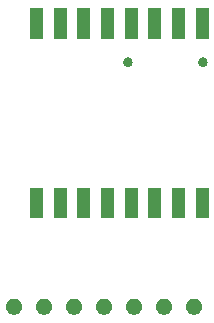
<source format=gbr>
G04 #@! TF.GenerationSoftware,KiCad,Pcbnew,(5.1.5)-3*
G04 #@! TF.CreationDate,2020-03-19T01:35:53+01:00*
G04 #@! TF.ProjectId,ESP8266_RGBA_Receiver,45535038-3236-4365-9f52-4742415f5265,rev?*
G04 #@! TF.SameCoordinates,Original*
G04 #@! TF.FileFunction,Soldermask,Bot*
G04 #@! TF.FilePolarity,Negative*
%FSLAX46Y46*%
G04 Gerber Fmt 4.6, Leading zero omitted, Abs format (unit mm)*
G04 Created by KiCad (PCBNEW (5.1.5)-3) date 2020-03-19 01:35:53*
%MOMM*%
%LPD*%
G04 APERTURE LIST*
%ADD10C,0.100000*%
G04 APERTURE END LIST*
D10*
G36*
X95831098Y-75540362D02*
G01*
X95955941Y-75592074D01*
X95955943Y-75592075D01*
X96068299Y-75667149D01*
X96163851Y-75762701D01*
X96238926Y-75875059D01*
X96290638Y-75999902D01*
X96317000Y-76132434D01*
X96317000Y-76267566D01*
X96290638Y-76400098D01*
X96238926Y-76524941D01*
X96238925Y-76524943D01*
X96163851Y-76637299D01*
X96068299Y-76732851D01*
X95955943Y-76807925D01*
X95955942Y-76807926D01*
X95955941Y-76807926D01*
X95831098Y-76859638D01*
X95698566Y-76886000D01*
X95563434Y-76886000D01*
X95430902Y-76859638D01*
X95306059Y-76807926D01*
X95306058Y-76807926D01*
X95306057Y-76807925D01*
X95193701Y-76732851D01*
X95098149Y-76637299D01*
X95023075Y-76524943D01*
X95023074Y-76524941D01*
X94971362Y-76400098D01*
X94945000Y-76267566D01*
X94945000Y-76132434D01*
X94971362Y-75999902D01*
X95023074Y-75875059D01*
X95098149Y-75762701D01*
X95193701Y-75667149D01*
X95306057Y-75592075D01*
X95306059Y-75592074D01*
X95430902Y-75540362D01*
X95563434Y-75514000D01*
X95698566Y-75514000D01*
X95831098Y-75540362D01*
G37*
G36*
X90751098Y-75540362D02*
G01*
X90875941Y-75592074D01*
X90875943Y-75592075D01*
X90988299Y-75667149D01*
X91083851Y-75762701D01*
X91158926Y-75875059D01*
X91210638Y-75999902D01*
X91237000Y-76132434D01*
X91237000Y-76267566D01*
X91210638Y-76400098D01*
X91158926Y-76524941D01*
X91158925Y-76524943D01*
X91083851Y-76637299D01*
X90988299Y-76732851D01*
X90875943Y-76807925D01*
X90875942Y-76807926D01*
X90875941Y-76807926D01*
X90751098Y-76859638D01*
X90618566Y-76886000D01*
X90483434Y-76886000D01*
X90350902Y-76859638D01*
X90226059Y-76807926D01*
X90226058Y-76807926D01*
X90226057Y-76807925D01*
X90113701Y-76732851D01*
X90018149Y-76637299D01*
X89943075Y-76524943D01*
X89943074Y-76524941D01*
X89891362Y-76400098D01*
X89865000Y-76267566D01*
X89865000Y-76132434D01*
X89891362Y-75999902D01*
X89943074Y-75875059D01*
X90018149Y-75762701D01*
X90113701Y-75667149D01*
X90226057Y-75592075D01*
X90226059Y-75592074D01*
X90350902Y-75540362D01*
X90483434Y-75514000D01*
X90618566Y-75514000D01*
X90751098Y-75540362D01*
G37*
G36*
X88211098Y-75540362D02*
G01*
X88335941Y-75592074D01*
X88335943Y-75592075D01*
X88448299Y-75667149D01*
X88543851Y-75762701D01*
X88618926Y-75875059D01*
X88670638Y-75999902D01*
X88697000Y-76132434D01*
X88697000Y-76267566D01*
X88670638Y-76400098D01*
X88618926Y-76524941D01*
X88618925Y-76524943D01*
X88543851Y-76637299D01*
X88448299Y-76732851D01*
X88335943Y-76807925D01*
X88335942Y-76807926D01*
X88335941Y-76807926D01*
X88211098Y-76859638D01*
X88078566Y-76886000D01*
X87943434Y-76886000D01*
X87810902Y-76859638D01*
X87686059Y-76807926D01*
X87686058Y-76807926D01*
X87686057Y-76807925D01*
X87573701Y-76732851D01*
X87478149Y-76637299D01*
X87403075Y-76524943D01*
X87403074Y-76524941D01*
X87351362Y-76400098D01*
X87325000Y-76267566D01*
X87325000Y-76132434D01*
X87351362Y-75999902D01*
X87403074Y-75875059D01*
X87478149Y-75762701D01*
X87573701Y-75667149D01*
X87686057Y-75592075D01*
X87686059Y-75592074D01*
X87810902Y-75540362D01*
X87943434Y-75514000D01*
X88078566Y-75514000D01*
X88211098Y-75540362D01*
G37*
G36*
X85671098Y-75540362D02*
G01*
X85795941Y-75592074D01*
X85795943Y-75592075D01*
X85908299Y-75667149D01*
X86003851Y-75762701D01*
X86078926Y-75875059D01*
X86130638Y-75999902D01*
X86157000Y-76132434D01*
X86157000Y-76267566D01*
X86130638Y-76400098D01*
X86078926Y-76524941D01*
X86078925Y-76524943D01*
X86003851Y-76637299D01*
X85908299Y-76732851D01*
X85795943Y-76807925D01*
X85795942Y-76807926D01*
X85795941Y-76807926D01*
X85671098Y-76859638D01*
X85538566Y-76886000D01*
X85403434Y-76886000D01*
X85270902Y-76859638D01*
X85146059Y-76807926D01*
X85146058Y-76807926D01*
X85146057Y-76807925D01*
X85033701Y-76732851D01*
X84938149Y-76637299D01*
X84863075Y-76524943D01*
X84863074Y-76524941D01*
X84811362Y-76400098D01*
X84785000Y-76267566D01*
X84785000Y-76132434D01*
X84811362Y-75999902D01*
X84863074Y-75875059D01*
X84938149Y-75762701D01*
X85033701Y-75667149D01*
X85146057Y-75592075D01*
X85146059Y-75592074D01*
X85270902Y-75540362D01*
X85403434Y-75514000D01*
X85538566Y-75514000D01*
X85671098Y-75540362D01*
G37*
G36*
X83131098Y-75540362D02*
G01*
X83255941Y-75592074D01*
X83255943Y-75592075D01*
X83368299Y-75667149D01*
X83463851Y-75762701D01*
X83538926Y-75875059D01*
X83590638Y-75999902D01*
X83617000Y-76132434D01*
X83617000Y-76267566D01*
X83590638Y-76400098D01*
X83538926Y-76524941D01*
X83538925Y-76524943D01*
X83463851Y-76637299D01*
X83368299Y-76732851D01*
X83255943Y-76807925D01*
X83255942Y-76807926D01*
X83255941Y-76807926D01*
X83131098Y-76859638D01*
X82998566Y-76886000D01*
X82863434Y-76886000D01*
X82730902Y-76859638D01*
X82606059Y-76807926D01*
X82606058Y-76807926D01*
X82606057Y-76807925D01*
X82493701Y-76732851D01*
X82398149Y-76637299D01*
X82323075Y-76524943D01*
X82323074Y-76524941D01*
X82271362Y-76400098D01*
X82245000Y-76267566D01*
X82245000Y-76132434D01*
X82271362Y-75999902D01*
X82323074Y-75875059D01*
X82398149Y-75762701D01*
X82493701Y-75667149D01*
X82606057Y-75592075D01*
X82606059Y-75592074D01*
X82730902Y-75540362D01*
X82863434Y-75514000D01*
X82998566Y-75514000D01*
X83131098Y-75540362D01*
G37*
G36*
X80591098Y-75540362D02*
G01*
X80715941Y-75592074D01*
X80715943Y-75592075D01*
X80828299Y-75667149D01*
X80923851Y-75762701D01*
X80998926Y-75875059D01*
X81050638Y-75999902D01*
X81077000Y-76132434D01*
X81077000Y-76267566D01*
X81050638Y-76400098D01*
X80998926Y-76524941D01*
X80998925Y-76524943D01*
X80923851Y-76637299D01*
X80828299Y-76732851D01*
X80715943Y-76807925D01*
X80715942Y-76807926D01*
X80715941Y-76807926D01*
X80591098Y-76859638D01*
X80458566Y-76886000D01*
X80323434Y-76886000D01*
X80190902Y-76859638D01*
X80066059Y-76807926D01*
X80066058Y-76807926D01*
X80066057Y-76807925D01*
X79953701Y-76732851D01*
X79858149Y-76637299D01*
X79783075Y-76524943D01*
X79783074Y-76524941D01*
X79731362Y-76400098D01*
X79705000Y-76267566D01*
X79705000Y-76132434D01*
X79731362Y-75999902D01*
X79783074Y-75875059D01*
X79858149Y-75762701D01*
X79953701Y-75667149D01*
X80066057Y-75592075D01*
X80066059Y-75592074D01*
X80190902Y-75540362D01*
X80323434Y-75514000D01*
X80458566Y-75514000D01*
X80591098Y-75540362D01*
G37*
G36*
X93291098Y-75540362D02*
G01*
X93415941Y-75592074D01*
X93415943Y-75592075D01*
X93528299Y-75667149D01*
X93623851Y-75762701D01*
X93698926Y-75875059D01*
X93750638Y-75999902D01*
X93777000Y-76132434D01*
X93777000Y-76267566D01*
X93750638Y-76400098D01*
X93698926Y-76524941D01*
X93698925Y-76524943D01*
X93623851Y-76637299D01*
X93528299Y-76732851D01*
X93415943Y-76807925D01*
X93415942Y-76807926D01*
X93415941Y-76807926D01*
X93291098Y-76859638D01*
X93158566Y-76886000D01*
X93023434Y-76886000D01*
X92890902Y-76859638D01*
X92766059Y-76807926D01*
X92766058Y-76807926D01*
X92766057Y-76807925D01*
X92653701Y-76732851D01*
X92558149Y-76637299D01*
X92483075Y-76524943D01*
X92483074Y-76524941D01*
X92431362Y-76400098D01*
X92405000Y-76267566D01*
X92405000Y-76132434D01*
X92431362Y-75999902D01*
X92483074Y-75875059D01*
X92558149Y-75762701D01*
X92653701Y-75667149D01*
X92766057Y-75592075D01*
X92766059Y-75592074D01*
X92890902Y-75540362D01*
X93023434Y-75514000D01*
X93158566Y-75514000D01*
X93291098Y-75540362D01*
G37*
G36*
X90880000Y-68738000D02*
G01*
X89778000Y-68738000D01*
X89778000Y-66136000D01*
X90880000Y-66136000D01*
X90880000Y-68738000D01*
G37*
G36*
X96880000Y-68738000D02*
G01*
X95778000Y-68738000D01*
X95778000Y-66136000D01*
X96880000Y-66136000D01*
X96880000Y-68738000D01*
G37*
G36*
X94880000Y-68738000D02*
G01*
X93778000Y-68738000D01*
X93778000Y-66136000D01*
X94880000Y-66136000D01*
X94880000Y-68738000D01*
G37*
G36*
X88880000Y-68738000D02*
G01*
X87778000Y-68738000D01*
X87778000Y-66136000D01*
X88880000Y-66136000D01*
X88880000Y-68738000D01*
G37*
G36*
X86880000Y-68738000D02*
G01*
X85778000Y-68738000D01*
X85778000Y-66136000D01*
X86880000Y-66136000D01*
X86880000Y-68738000D01*
G37*
G36*
X84880000Y-68738000D02*
G01*
X83778000Y-68738000D01*
X83778000Y-66136000D01*
X84880000Y-66136000D01*
X84880000Y-68738000D01*
G37*
G36*
X82880000Y-68738000D02*
G01*
X81778000Y-68738000D01*
X81778000Y-66136000D01*
X82880000Y-66136000D01*
X82880000Y-68738000D01*
G37*
G36*
X92880000Y-68738000D02*
G01*
X91778000Y-68738000D01*
X91778000Y-66136000D01*
X92880000Y-66136000D01*
X92880000Y-68738000D01*
G37*
G36*
X96484688Y-55105935D02*
G01*
X96510667Y-55111102D01*
X96584082Y-55141511D01*
X96584083Y-55141512D01*
X96650150Y-55185656D01*
X96706344Y-55241850D01*
X96739452Y-55291400D01*
X96750489Y-55307918D01*
X96780898Y-55381333D01*
X96796400Y-55459269D01*
X96796400Y-55538731D01*
X96780898Y-55616667D01*
X96750489Y-55690082D01*
X96750488Y-55690083D01*
X96706344Y-55756150D01*
X96650150Y-55812344D01*
X96600600Y-55845452D01*
X96584082Y-55856489D01*
X96510667Y-55886898D01*
X96484688Y-55892065D01*
X96432733Y-55902400D01*
X96353267Y-55902400D01*
X96301312Y-55892065D01*
X96275333Y-55886898D01*
X96201918Y-55856489D01*
X96185400Y-55845452D01*
X96135850Y-55812344D01*
X96079656Y-55756150D01*
X96035512Y-55690083D01*
X96035511Y-55690082D01*
X96005102Y-55616667D01*
X95989600Y-55538731D01*
X95989600Y-55459269D01*
X96005102Y-55381333D01*
X96035511Y-55307918D01*
X96046548Y-55291400D01*
X96079656Y-55241850D01*
X96135850Y-55185656D01*
X96201917Y-55141512D01*
X96201918Y-55141511D01*
X96275333Y-55111102D01*
X96301312Y-55105935D01*
X96353267Y-55095600D01*
X96432733Y-55095600D01*
X96484688Y-55105935D01*
G37*
G36*
X90134688Y-55105935D02*
G01*
X90160667Y-55111102D01*
X90234082Y-55141511D01*
X90234083Y-55141512D01*
X90300150Y-55185656D01*
X90356344Y-55241850D01*
X90389452Y-55291400D01*
X90400489Y-55307918D01*
X90430898Y-55381333D01*
X90446400Y-55459269D01*
X90446400Y-55538731D01*
X90430898Y-55616667D01*
X90400489Y-55690082D01*
X90400488Y-55690083D01*
X90356344Y-55756150D01*
X90300150Y-55812344D01*
X90250600Y-55845452D01*
X90234082Y-55856489D01*
X90160667Y-55886898D01*
X90134688Y-55892065D01*
X90082733Y-55902400D01*
X90003267Y-55902400D01*
X89951312Y-55892065D01*
X89925333Y-55886898D01*
X89851918Y-55856489D01*
X89835400Y-55845452D01*
X89785850Y-55812344D01*
X89729656Y-55756150D01*
X89685512Y-55690083D01*
X89685511Y-55690082D01*
X89655102Y-55616667D01*
X89639600Y-55538731D01*
X89639600Y-55459269D01*
X89655102Y-55381333D01*
X89685511Y-55307918D01*
X89696548Y-55291400D01*
X89729656Y-55241850D01*
X89785850Y-55185656D01*
X89851917Y-55141512D01*
X89851918Y-55141511D01*
X89925333Y-55111102D01*
X89951312Y-55105935D01*
X90003267Y-55095600D01*
X90082733Y-55095600D01*
X90134688Y-55105935D01*
G37*
G36*
X84880000Y-53538000D02*
G01*
X83778000Y-53538000D01*
X83778000Y-50936000D01*
X84880000Y-50936000D01*
X84880000Y-53538000D01*
G37*
G36*
X82880000Y-53538000D02*
G01*
X81778000Y-53538000D01*
X81778000Y-50936000D01*
X82880000Y-50936000D01*
X82880000Y-53538000D01*
G37*
G36*
X96880000Y-53538000D02*
G01*
X95778000Y-53538000D01*
X95778000Y-50936000D01*
X96880000Y-50936000D01*
X96880000Y-53538000D01*
G37*
G36*
X94880000Y-53538000D02*
G01*
X93778000Y-53538000D01*
X93778000Y-50936000D01*
X94880000Y-50936000D01*
X94880000Y-53538000D01*
G37*
G36*
X92880000Y-53538000D02*
G01*
X91778000Y-53538000D01*
X91778000Y-50936000D01*
X92880000Y-50936000D01*
X92880000Y-53538000D01*
G37*
G36*
X90880000Y-53538000D02*
G01*
X89778000Y-53538000D01*
X89778000Y-50936000D01*
X90880000Y-50936000D01*
X90880000Y-53538000D01*
G37*
G36*
X88880000Y-53538000D02*
G01*
X87778000Y-53538000D01*
X87778000Y-50936000D01*
X88880000Y-50936000D01*
X88880000Y-53538000D01*
G37*
G36*
X86880000Y-53538000D02*
G01*
X85778000Y-53538000D01*
X85778000Y-50936000D01*
X86880000Y-50936000D01*
X86880000Y-53538000D01*
G37*
M02*

</source>
